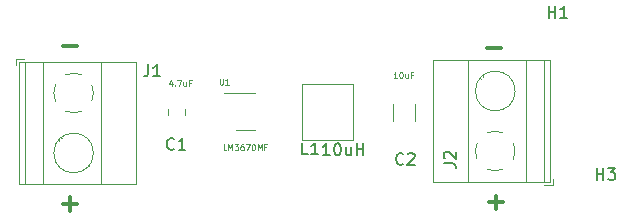
<source format=gbr>
%TF.GenerationSoftware,KiCad,Pcbnew,7.0.8*%
%TF.CreationDate,2024-01-01T18:01:17+05:30*%
%TF.ProjectId,Buck_Converter,4275636b-5f43-46f6-9e76-65727465722e,rev?*%
%TF.SameCoordinates,Original*%
%TF.FileFunction,Legend,Top*%
%TF.FilePolarity,Positive*%
%FSLAX46Y46*%
G04 Gerber Fmt 4.6, Leading zero omitted, Abs format (unit mm)*
G04 Created by KiCad (PCBNEW 7.0.8) date 2024-01-01 18:01:17*
%MOMM*%
%LPD*%
G01*
G04 APERTURE LIST*
%ADD10C,0.375000*%
%ADD11C,0.150000*%
%ADD12C,0.125000*%
%ADD13C,0.120000*%
G04 APERTURE END LIST*
D10*
X131058252Y-99657100D02*
X132201110Y-99657100D01*
X131071352Y-112979800D02*
X132214210Y-112979800D01*
X131642781Y-113551228D02*
X131642781Y-112408371D01*
X166973852Y-99809500D02*
X168116710Y-99809500D01*
X167126252Y-112865100D02*
X168269110Y-112865100D01*
X167697681Y-113436528D02*
X167697681Y-112293671D01*
D11*
X163284819Y-109553333D02*
X163999104Y-109553333D01*
X163999104Y-109553333D02*
X164141961Y-109600952D01*
X164141961Y-109600952D02*
X164237200Y-109696190D01*
X164237200Y-109696190D02*
X164284819Y-109839047D01*
X164284819Y-109839047D02*
X164284819Y-109934285D01*
X163380057Y-109124761D02*
X163332438Y-109077142D01*
X163332438Y-109077142D02*
X163284819Y-108981904D01*
X163284819Y-108981904D02*
X163284819Y-108743809D01*
X163284819Y-108743809D02*
X163332438Y-108648571D01*
X163332438Y-108648571D02*
X163380057Y-108600952D01*
X163380057Y-108600952D02*
X163475295Y-108553333D01*
X163475295Y-108553333D02*
X163570533Y-108553333D01*
X163570533Y-108553333D02*
X163713390Y-108600952D01*
X163713390Y-108600952D02*
X164284819Y-109172380D01*
X164284819Y-109172380D02*
X164284819Y-108553333D01*
D12*
X144297447Y-102391609D02*
X144297447Y-102796371D01*
X144297447Y-102796371D02*
X144321257Y-102843990D01*
X144321257Y-102843990D02*
X144345066Y-102867800D01*
X144345066Y-102867800D02*
X144392685Y-102891609D01*
X144392685Y-102891609D02*
X144487923Y-102891609D01*
X144487923Y-102891609D02*
X144535542Y-102867800D01*
X144535542Y-102867800D02*
X144559352Y-102843990D01*
X144559352Y-102843990D02*
X144583161Y-102796371D01*
X144583161Y-102796371D02*
X144583161Y-102391609D01*
X145083162Y-102891609D02*
X144797448Y-102891609D01*
X144940305Y-102891609D02*
X144940305Y-102391609D01*
X144940305Y-102391609D02*
X144892686Y-102463038D01*
X144892686Y-102463038D02*
X144845067Y-102510657D01*
X144845067Y-102510657D02*
X144797448Y-102534466D01*
X144873067Y-108428809D02*
X144634972Y-108428809D01*
X144634972Y-108428809D02*
X144634972Y-107928809D01*
X145039734Y-108428809D02*
X145039734Y-107928809D01*
X145039734Y-107928809D02*
X145206401Y-108285952D01*
X145206401Y-108285952D02*
X145373067Y-107928809D01*
X145373067Y-107928809D02*
X145373067Y-108428809D01*
X145563544Y-107928809D02*
X145873068Y-107928809D01*
X145873068Y-107928809D02*
X145706401Y-108119285D01*
X145706401Y-108119285D02*
X145777830Y-108119285D01*
X145777830Y-108119285D02*
X145825449Y-108143095D01*
X145825449Y-108143095D02*
X145849258Y-108166904D01*
X145849258Y-108166904D02*
X145873068Y-108214523D01*
X145873068Y-108214523D02*
X145873068Y-108333571D01*
X145873068Y-108333571D02*
X145849258Y-108381190D01*
X145849258Y-108381190D02*
X145825449Y-108405000D01*
X145825449Y-108405000D02*
X145777830Y-108428809D01*
X145777830Y-108428809D02*
X145634973Y-108428809D01*
X145634973Y-108428809D02*
X145587354Y-108405000D01*
X145587354Y-108405000D02*
X145563544Y-108381190D01*
X146301639Y-107928809D02*
X146206401Y-107928809D01*
X146206401Y-107928809D02*
X146158782Y-107952619D01*
X146158782Y-107952619D02*
X146134972Y-107976428D01*
X146134972Y-107976428D02*
X146087353Y-108047857D01*
X146087353Y-108047857D02*
X146063544Y-108143095D01*
X146063544Y-108143095D02*
X146063544Y-108333571D01*
X146063544Y-108333571D02*
X146087353Y-108381190D01*
X146087353Y-108381190D02*
X146111163Y-108405000D01*
X146111163Y-108405000D02*
X146158782Y-108428809D01*
X146158782Y-108428809D02*
X146254020Y-108428809D01*
X146254020Y-108428809D02*
X146301639Y-108405000D01*
X146301639Y-108405000D02*
X146325448Y-108381190D01*
X146325448Y-108381190D02*
X146349258Y-108333571D01*
X146349258Y-108333571D02*
X146349258Y-108214523D01*
X146349258Y-108214523D02*
X146325448Y-108166904D01*
X146325448Y-108166904D02*
X146301639Y-108143095D01*
X146301639Y-108143095D02*
X146254020Y-108119285D01*
X146254020Y-108119285D02*
X146158782Y-108119285D01*
X146158782Y-108119285D02*
X146111163Y-108143095D01*
X146111163Y-108143095D02*
X146087353Y-108166904D01*
X146087353Y-108166904D02*
X146063544Y-108214523D01*
X146515924Y-107928809D02*
X146849257Y-107928809D01*
X146849257Y-107928809D02*
X146634972Y-108428809D01*
X147134971Y-107928809D02*
X147182590Y-107928809D01*
X147182590Y-107928809D02*
X147230209Y-107952619D01*
X147230209Y-107952619D02*
X147254019Y-107976428D01*
X147254019Y-107976428D02*
X147277828Y-108024047D01*
X147277828Y-108024047D02*
X147301638Y-108119285D01*
X147301638Y-108119285D02*
X147301638Y-108238333D01*
X147301638Y-108238333D02*
X147277828Y-108333571D01*
X147277828Y-108333571D02*
X147254019Y-108381190D01*
X147254019Y-108381190D02*
X147230209Y-108405000D01*
X147230209Y-108405000D02*
X147182590Y-108428809D01*
X147182590Y-108428809D02*
X147134971Y-108428809D01*
X147134971Y-108428809D02*
X147087352Y-108405000D01*
X147087352Y-108405000D02*
X147063543Y-108381190D01*
X147063543Y-108381190D02*
X147039733Y-108333571D01*
X147039733Y-108333571D02*
X147015924Y-108238333D01*
X147015924Y-108238333D02*
X147015924Y-108119285D01*
X147015924Y-108119285D02*
X147039733Y-108024047D01*
X147039733Y-108024047D02*
X147063543Y-107976428D01*
X147063543Y-107976428D02*
X147087352Y-107952619D01*
X147087352Y-107952619D02*
X147134971Y-107928809D01*
X147515923Y-108428809D02*
X147515923Y-107928809D01*
X147515923Y-107928809D02*
X147682590Y-108285952D01*
X147682590Y-108285952D02*
X147849256Y-107928809D01*
X147849256Y-107928809D02*
X147849256Y-108428809D01*
X148254019Y-108166904D02*
X148087352Y-108166904D01*
X148087352Y-108428809D02*
X148087352Y-107928809D01*
X148087352Y-107928809D02*
X148325447Y-107928809D01*
D11*
X140460833Y-108307980D02*
X140413214Y-108355600D01*
X140413214Y-108355600D02*
X140270357Y-108403219D01*
X140270357Y-108403219D02*
X140175119Y-108403219D01*
X140175119Y-108403219D02*
X140032262Y-108355600D01*
X140032262Y-108355600D02*
X139937024Y-108260361D01*
X139937024Y-108260361D02*
X139889405Y-108165123D01*
X139889405Y-108165123D02*
X139841786Y-107974647D01*
X139841786Y-107974647D02*
X139841786Y-107831790D01*
X139841786Y-107831790D02*
X139889405Y-107641314D01*
X139889405Y-107641314D02*
X139937024Y-107546076D01*
X139937024Y-107546076D02*
X140032262Y-107450838D01*
X140032262Y-107450838D02*
X140175119Y-107403219D01*
X140175119Y-107403219D02*
X140270357Y-107403219D01*
X140270357Y-107403219D02*
X140413214Y-107450838D01*
X140413214Y-107450838D02*
X140460833Y-107498457D01*
X141413214Y-108403219D02*
X140841786Y-108403219D01*
X141127500Y-108403219D02*
X141127500Y-107403219D01*
X141127500Y-107403219D02*
X141032262Y-107546076D01*
X141032262Y-107546076D02*
X140937024Y-107641314D01*
X140937024Y-107641314D02*
X140841786Y-107688933D01*
D12*
X140267620Y-102659876D02*
X140267620Y-102993209D01*
X140148572Y-102469400D02*
X140029525Y-102826542D01*
X140029525Y-102826542D02*
X140339048Y-102826542D01*
X140529524Y-102945590D02*
X140553334Y-102969400D01*
X140553334Y-102969400D02*
X140529524Y-102993209D01*
X140529524Y-102993209D02*
X140505715Y-102969400D01*
X140505715Y-102969400D02*
X140529524Y-102945590D01*
X140529524Y-102945590D02*
X140529524Y-102993209D01*
X140720000Y-102493209D02*
X141053333Y-102493209D01*
X141053333Y-102493209D02*
X140839048Y-102993209D01*
X141458095Y-102659876D02*
X141458095Y-102993209D01*
X141243809Y-102659876D02*
X141243809Y-102921780D01*
X141243809Y-102921780D02*
X141267619Y-102969400D01*
X141267619Y-102969400D02*
X141315238Y-102993209D01*
X141315238Y-102993209D02*
X141386666Y-102993209D01*
X141386666Y-102993209D02*
X141434285Y-102969400D01*
X141434285Y-102969400D02*
X141458095Y-102945590D01*
X141862857Y-102731304D02*
X141696190Y-102731304D01*
X141696190Y-102993209D02*
X141696190Y-102493209D01*
X141696190Y-102493209D02*
X141934285Y-102493209D01*
D11*
X176225295Y-110945219D02*
X176225295Y-109945219D01*
X176225295Y-110421409D02*
X176796723Y-110421409D01*
X176796723Y-110945219D02*
X176796723Y-109945219D01*
X177177676Y-109945219D02*
X177796723Y-109945219D01*
X177796723Y-109945219D02*
X177463390Y-110326171D01*
X177463390Y-110326171D02*
X177606247Y-110326171D01*
X177606247Y-110326171D02*
X177701485Y-110373790D01*
X177701485Y-110373790D02*
X177749104Y-110421409D01*
X177749104Y-110421409D02*
X177796723Y-110516647D01*
X177796723Y-110516647D02*
X177796723Y-110754742D01*
X177796723Y-110754742D02*
X177749104Y-110849980D01*
X177749104Y-110849980D02*
X177701485Y-110897600D01*
X177701485Y-110897600D02*
X177606247Y-110945219D01*
X177606247Y-110945219D02*
X177320533Y-110945219D01*
X177320533Y-110945219D02*
X177225295Y-110897600D01*
X177225295Y-110897600D02*
X177177676Y-110849980D01*
X138262166Y-101169519D02*
X138262166Y-101883804D01*
X138262166Y-101883804D02*
X138214547Y-102026661D01*
X138214547Y-102026661D02*
X138119309Y-102121900D01*
X138119309Y-102121900D02*
X137976452Y-102169519D01*
X137976452Y-102169519D02*
X137881214Y-102169519D01*
X139262166Y-102169519D02*
X138690738Y-102169519D01*
X138976452Y-102169519D02*
X138976452Y-101169519D01*
X138976452Y-101169519D02*
X138881214Y-101312376D01*
X138881214Y-101312376D02*
X138785976Y-101407614D01*
X138785976Y-101407614D02*
X138690738Y-101455233D01*
X172161295Y-97228819D02*
X172161295Y-96228819D01*
X172161295Y-96705009D02*
X172732723Y-96705009D01*
X172732723Y-97228819D02*
X172732723Y-96228819D01*
X173732723Y-97228819D02*
X173161295Y-97228819D01*
X173447009Y-97228819D02*
X173447009Y-96228819D01*
X173447009Y-96228819D02*
X173351771Y-96371676D01*
X173351771Y-96371676D02*
X173256533Y-96466914D01*
X173256533Y-96466914D02*
X173161295Y-96514533D01*
X159853333Y-109579580D02*
X159805714Y-109627200D01*
X159805714Y-109627200D02*
X159662857Y-109674819D01*
X159662857Y-109674819D02*
X159567619Y-109674819D01*
X159567619Y-109674819D02*
X159424762Y-109627200D01*
X159424762Y-109627200D02*
X159329524Y-109531961D01*
X159329524Y-109531961D02*
X159281905Y-109436723D01*
X159281905Y-109436723D02*
X159234286Y-109246247D01*
X159234286Y-109246247D02*
X159234286Y-109103390D01*
X159234286Y-109103390D02*
X159281905Y-108912914D01*
X159281905Y-108912914D02*
X159329524Y-108817676D01*
X159329524Y-108817676D02*
X159424762Y-108722438D01*
X159424762Y-108722438D02*
X159567619Y-108674819D01*
X159567619Y-108674819D02*
X159662857Y-108674819D01*
X159662857Y-108674819D02*
X159805714Y-108722438D01*
X159805714Y-108722438D02*
X159853333Y-108770057D01*
X160234286Y-108770057D02*
X160281905Y-108722438D01*
X160281905Y-108722438D02*
X160377143Y-108674819D01*
X160377143Y-108674819D02*
X160615238Y-108674819D01*
X160615238Y-108674819D02*
X160710476Y-108722438D01*
X160710476Y-108722438D02*
X160758095Y-108770057D01*
X160758095Y-108770057D02*
X160805714Y-108865295D01*
X160805714Y-108865295D02*
X160805714Y-108960533D01*
X160805714Y-108960533D02*
X160758095Y-109103390D01*
X160758095Y-109103390D02*
X160186667Y-109674819D01*
X160186667Y-109674819D02*
X160805714Y-109674819D01*
D12*
X159331886Y-102332809D02*
X159046172Y-102332809D01*
X159189029Y-102332809D02*
X159189029Y-101832809D01*
X159189029Y-101832809D02*
X159141410Y-101904238D01*
X159141410Y-101904238D02*
X159093791Y-101951857D01*
X159093791Y-101951857D02*
X159046172Y-101975666D01*
X159641409Y-101832809D02*
X159689028Y-101832809D01*
X159689028Y-101832809D02*
X159736647Y-101856619D01*
X159736647Y-101856619D02*
X159760457Y-101880428D01*
X159760457Y-101880428D02*
X159784266Y-101928047D01*
X159784266Y-101928047D02*
X159808076Y-102023285D01*
X159808076Y-102023285D02*
X159808076Y-102142333D01*
X159808076Y-102142333D02*
X159784266Y-102237571D01*
X159784266Y-102237571D02*
X159760457Y-102285190D01*
X159760457Y-102285190D02*
X159736647Y-102309000D01*
X159736647Y-102309000D02*
X159689028Y-102332809D01*
X159689028Y-102332809D02*
X159641409Y-102332809D01*
X159641409Y-102332809D02*
X159593790Y-102309000D01*
X159593790Y-102309000D02*
X159569981Y-102285190D01*
X159569981Y-102285190D02*
X159546171Y-102237571D01*
X159546171Y-102237571D02*
X159522362Y-102142333D01*
X159522362Y-102142333D02*
X159522362Y-102023285D01*
X159522362Y-102023285D02*
X159546171Y-101928047D01*
X159546171Y-101928047D02*
X159569981Y-101880428D01*
X159569981Y-101880428D02*
X159593790Y-101856619D01*
X159593790Y-101856619D02*
X159641409Y-101832809D01*
X160236647Y-101999476D02*
X160236647Y-102332809D01*
X160022361Y-101999476D02*
X160022361Y-102261380D01*
X160022361Y-102261380D02*
X160046171Y-102309000D01*
X160046171Y-102309000D02*
X160093790Y-102332809D01*
X160093790Y-102332809D02*
X160165218Y-102332809D01*
X160165218Y-102332809D02*
X160212837Y-102309000D01*
X160212837Y-102309000D02*
X160236647Y-102285190D01*
X160641409Y-102070904D02*
X160474742Y-102070904D01*
X160474742Y-102332809D02*
X160474742Y-101832809D01*
X160474742Y-101832809D02*
X160712837Y-101832809D01*
D11*
X151787433Y-108801519D02*
X151311243Y-108801519D01*
X151311243Y-108801519D02*
X151311243Y-107801519D01*
X152644576Y-108801519D02*
X152073148Y-108801519D01*
X152358862Y-108801519D02*
X152358862Y-107801519D01*
X152358862Y-107801519D02*
X152263624Y-107944376D01*
X152263624Y-107944376D02*
X152168386Y-108039614D01*
X152168386Y-108039614D02*
X152073148Y-108087233D01*
X153620933Y-108862019D02*
X153049505Y-108862019D01*
X153335219Y-108862019D02*
X153335219Y-107862019D01*
X153335219Y-107862019D02*
X153239981Y-108004876D01*
X153239981Y-108004876D02*
X153144743Y-108100114D01*
X153144743Y-108100114D02*
X153049505Y-108147733D01*
X154239981Y-107862019D02*
X154335219Y-107862019D01*
X154335219Y-107862019D02*
X154430457Y-107909638D01*
X154430457Y-107909638D02*
X154478076Y-107957257D01*
X154478076Y-107957257D02*
X154525695Y-108052495D01*
X154525695Y-108052495D02*
X154573314Y-108242971D01*
X154573314Y-108242971D02*
X154573314Y-108481066D01*
X154573314Y-108481066D02*
X154525695Y-108671542D01*
X154525695Y-108671542D02*
X154478076Y-108766780D01*
X154478076Y-108766780D02*
X154430457Y-108814400D01*
X154430457Y-108814400D02*
X154335219Y-108862019D01*
X154335219Y-108862019D02*
X154239981Y-108862019D01*
X154239981Y-108862019D02*
X154144743Y-108814400D01*
X154144743Y-108814400D02*
X154097124Y-108766780D01*
X154097124Y-108766780D02*
X154049505Y-108671542D01*
X154049505Y-108671542D02*
X154001886Y-108481066D01*
X154001886Y-108481066D02*
X154001886Y-108242971D01*
X154001886Y-108242971D02*
X154049505Y-108052495D01*
X154049505Y-108052495D02*
X154097124Y-107957257D01*
X154097124Y-107957257D02*
X154144743Y-107909638D01*
X154144743Y-107909638D02*
X154239981Y-107862019D01*
X155430457Y-108195352D02*
X155430457Y-108862019D01*
X155001886Y-108195352D02*
X155001886Y-108719161D01*
X155001886Y-108719161D02*
X155049505Y-108814400D01*
X155049505Y-108814400D02*
X155144743Y-108862019D01*
X155144743Y-108862019D02*
X155287600Y-108862019D01*
X155287600Y-108862019D02*
X155382838Y-108814400D01*
X155382838Y-108814400D02*
X155430457Y-108766780D01*
X155906648Y-108862019D02*
X155906648Y-107862019D01*
X155906648Y-108338209D02*
X156478076Y-108338209D01*
X156478076Y-108862019D02*
X156478076Y-107862019D01*
D13*
%TO.C,J2*%
X171800000Y-111348800D02*
X172540000Y-111348800D01*
X172540000Y-111348800D02*
X172540000Y-110848800D01*
X162379000Y-111108800D02*
X172300000Y-111108800D01*
X162379000Y-111108800D02*
X162379000Y-100828800D01*
X165339000Y-111108800D02*
X165339000Y-100828800D01*
X170240000Y-111108800D02*
X170240000Y-100828800D01*
X171740000Y-111108800D02*
X171740000Y-100828800D01*
X172300000Y-111108800D02*
X172300000Y-100828800D01*
X168663000Y-104655800D02*
X168709000Y-104702800D01*
X168879000Y-104462800D02*
X168914000Y-104497800D01*
X166365000Y-102358800D02*
X166401000Y-102393800D01*
X166571000Y-102153800D02*
X166617000Y-102200800D01*
X162379000Y-100828800D02*
X172300000Y-100828800D01*
X166956001Y-110043799D02*
G75*
G03*
X168323042Y-110044226I684000J1534992D01*
G01*
X166105001Y-107824801D02*
G75*
G03*
X166104574Y-109191842I1534992J-684000D01*
G01*
X169174999Y-109192800D02*
G75*
G03*
X169320252Y-108479995I-1535000J683999D01*
G01*
X169319999Y-108508800D02*
G75*
G03*
X169174755Y-107825482I-1679999J0D01*
G01*
X168324000Y-106973800D02*
G75*
G03*
X166956958Y-106973374I-684000J-1535000D01*
G01*
X169320000Y-103428800D02*
G75*
G03*
X169320000Y-103428800I-1680000J0D01*
G01*
%TO.C,U1*%
X146477800Y-103625100D02*
X144677800Y-103625100D01*
X146477800Y-103625100D02*
X147277800Y-103625100D01*
X146477800Y-106745100D02*
X145677800Y-106745100D01*
X146477800Y-106745100D02*
X147277800Y-106745100D01*
%TO.C,C1*%
X139892500Y-105459652D02*
X139892500Y-104937148D01*
X141362500Y-105459652D02*
X141362500Y-104937148D01*
%TO.C,J1*%
X127780700Y-100754300D02*
X127040700Y-100754300D01*
X127040700Y-100754300D02*
X127040700Y-101254300D01*
X137201700Y-100994300D02*
X127280700Y-100994300D01*
X137201700Y-100994300D02*
X137201700Y-111274300D01*
X134241700Y-100994300D02*
X134241700Y-111274300D01*
X129340700Y-100994300D02*
X129340700Y-111274300D01*
X127840700Y-100994300D02*
X127840700Y-111274300D01*
X127280700Y-100994300D02*
X127280700Y-111274300D01*
X130917700Y-107447300D02*
X130871700Y-107400300D01*
X130701700Y-107640300D02*
X130666700Y-107605300D01*
X133215700Y-109744300D02*
X133179700Y-109709300D01*
X133009700Y-109949300D02*
X132963700Y-109902300D01*
X137201700Y-111274300D02*
X127280700Y-111274300D01*
X132624699Y-102059301D02*
G75*
G03*
X131257658Y-102058874I-684000J-1534992D01*
G01*
X133475699Y-104278299D02*
G75*
G03*
X133476126Y-102911258I-1534992J684000D01*
G01*
X130405701Y-102910300D02*
G75*
G03*
X130260448Y-103623105I1535000J-683999D01*
G01*
X130260701Y-103594300D02*
G75*
G03*
X130405945Y-104277618I1679999J0D01*
G01*
X131256700Y-105129300D02*
G75*
G03*
X132623742Y-105129726I684000J1535000D01*
G01*
X133620700Y-108674300D02*
G75*
G03*
X133620700Y-108674300I-1680000J0D01*
G01*
%TO.C,C2*%
X159008400Y-105956552D02*
X159008400Y-104534048D01*
X160828400Y-105956552D02*
X160828400Y-104534048D01*
%TO.C,L1*%
X155579100Y-107596700D02*
X151279100Y-107596700D01*
X151279100Y-107596700D02*
X151279100Y-102796700D01*
X151279100Y-102796700D02*
X155579100Y-102796700D01*
X155579100Y-102796700D02*
X155579100Y-107596700D01*
%TD*%
M02*

</source>
